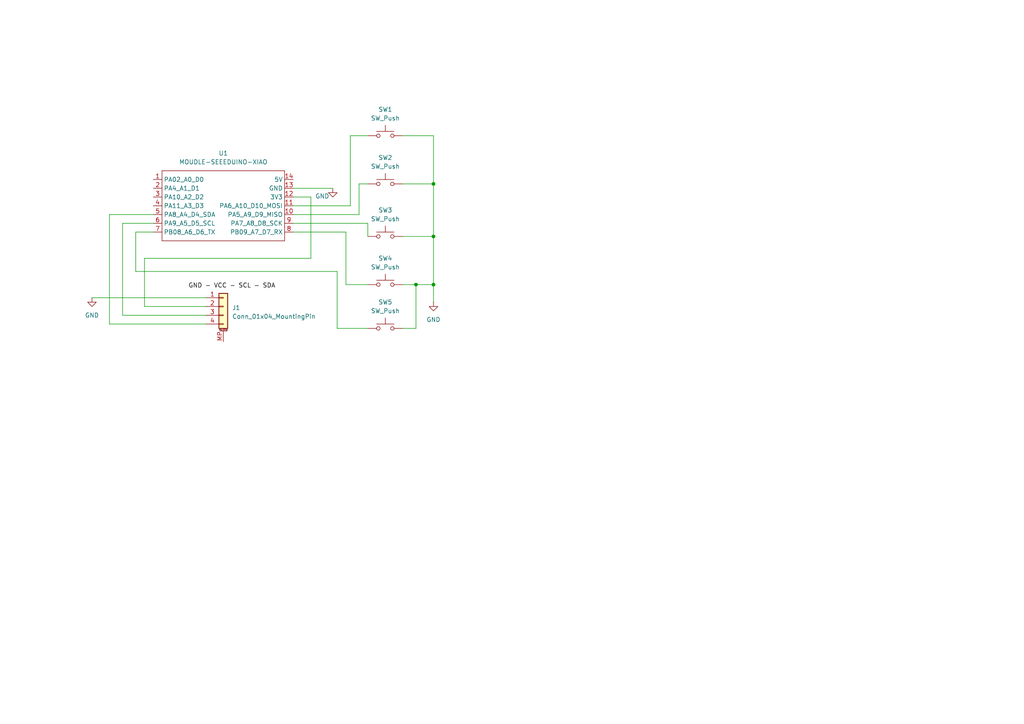
<source format=kicad_sch>
(kicad_sch
	(version 20250114)
	(generator "eeschema")
	(generator_version "9.0")
	(uuid "0705e1c8-ceb8-44f0-a69d-d490819b8479")
	(paper "A4")
	(lib_symbols
		(symbol "Connector_Generic_MountingPin:Conn_01x04_MountingPin"
			(pin_names
				(offset 1.016)
				(hide yes)
			)
			(exclude_from_sim no)
			(in_bom yes)
			(on_board yes)
			(property "Reference" "J"
				(at 0 5.08 0)
				(effects
					(font
						(size 1.27 1.27)
					)
				)
			)
			(property "Value" "Conn_01x04_MountingPin"
				(at 1.27 -7.62 0)
				(effects
					(font
						(size 1.27 1.27)
					)
					(justify left)
				)
			)
			(property "Footprint" ""
				(at 0 0 0)
				(effects
					(font
						(size 1.27 1.27)
					)
					(hide yes)
				)
			)
			(property "Datasheet" "~"
				(at 0 0 0)
				(effects
					(font
						(size 1.27 1.27)
					)
					(hide yes)
				)
			)
			(property "Description" "Generic connectable mounting pin connector, single row, 01x04, script generated (kicad-library-utils/schlib/autogen/connector/)"
				(at 0 0 0)
				(effects
					(font
						(size 1.27 1.27)
					)
					(hide yes)
				)
			)
			(property "ki_keywords" "connector"
				(at 0 0 0)
				(effects
					(font
						(size 1.27 1.27)
					)
					(hide yes)
				)
			)
			(property "ki_fp_filters" "Connector*:*_1x??-1MP*"
				(at 0 0 0)
				(effects
					(font
						(size 1.27 1.27)
					)
					(hide yes)
				)
			)
			(symbol "Conn_01x04_MountingPin_1_1"
				(rectangle
					(start -1.27 3.81)
					(end 1.27 -6.35)
					(stroke
						(width 0.254)
						(type default)
					)
					(fill
						(type background)
					)
				)
				(rectangle
					(start -1.27 2.667)
					(end 0 2.413)
					(stroke
						(width 0.1524)
						(type default)
					)
					(fill
						(type none)
					)
				)
				(rectangle
					(start -1.27 0.127)
					(end 0 -0.127)
					(stroke
						(width 0.1524)
						(type default)
					)
					(fill
						(type none)
					)
				)
				(rectangle
					(start -1.27 -2.413)
					(end 0 -2.667)
					(stroke
						(width 0.1524)
						(type default)
					)
					(fill
						(type none)
					)
				)
				(rectangle
					(start -1.27 -4.953)
					(end 0 -5.207)
					(stroke
						(width 0.1524)
						(type default)
					)
					(fill
						(type none)
					)
				)
				(polyline
					(pts
						(xy -1.016 -7.112) (xy 1.016 -7.112)
					)
					(stroke
						(width 0.1524)
						(type default)
					)
					(fill
						(type none)
					)
				)
				(text "Mounting"
					(at 0 -6.731 0)
					(effects
						(font
							(size 0.381 0.381)
						)
					)
				)
				(pin passive line
					(at -5.08 2.54 0)
					(length 3.81)
					(name "Pin_1"
						(effects
							(font
								(size 1.27 1.27)
							)
						)
					)
					(number "1"
						(effects
							(font
								(size 1.27 1.27)
							)
						)
					)
				)
				(pin passive line
					(at -5.08 0 0)
					(length 3.81)
					(name "Pin_2"
						(effects
							(font
								(size 1.27 1.27)
							)
						)
					)
					(number "2"
						(effects
							(font
								(size 1.27 1.27)
							)
						)
					)
				)
				(pin passive line
					(at -5.08 -2.54 0)
					(length 3.81)
					(name "Pin_3"
						(effects
							(font
								(size 1.27 1.27)
							)
						)
					)
					(number "3"
						(effects
							(font
								(size 1.27 1.27)
							)
						)
					)
				)
				(pin passive line
					(at -5.08 -5.08 0)
					(length 3.81)
					(name "Pin_4"
						(effects
							(font
								(size 1.27 1.27)
							)
						)
					)
					(number "4"
						(effects
							(font
								(size 1.27 1.27)
							)
						)
					)
				)
				(pin passive line
					(at 0 -10.16 90)
					(length 3.048)
					(name "MountPin"
						(effects
							(font
								(size 1.27 1.27)
							)
						)
					)
					(number "MP"
						(effects
							(font
								(size 1.27 1.27)
							)
						)
					)
				)
			)
			(embedded_fonts no)
		)
		(symbol "Switch:SW_Push"
			(pin_numbers
				(hide yes)
			)
			(pin_names
				(offset 1.016)
				(hide yes)
			)
			(exclude_from_sim no)
			(in_bom yes)
			(on_board yes)
			(property "Reference" "SW"
				(at 1.27 2.54 0)
				(effects
					(font
						(size 1.27 1.27)
					)
					(justify left)
				)
			)
			(property "Value" "SW_Push"
				(at 0 -1.524 0)
				(effects
					(font
						(size 1.27 1.27)
					)
				)
			)
			(property "Footprint" ""
				(at 0 5.08 0)
				(effects
					(font
						(size 1.27 1.27)
					)
					(hide yes)
				)
			)
			(property "Datasheet" "~"
				(at 0 5.08 0)
				(effects
					(font
						(size 1.27 1.27)
					)
					(hide yes)
				)
			)
			(property "Description" "Push button switch, generic, two pins"
				(at 0 0 0)
				(effects
					(font
						(size 1.27 1.27)
					)
					(hide yes)
				)
			)
			(property "ki_keywords" "switch normally-open pushbutton push-button"
				(at 0 0 0)
				(effects
					(font
						(size 1.27 1.27)
					)
					(hide yes)
				)
			)
			(symbol "SW_Push_0_1"
				(circle
					(center -2.032 0)
					(radius 0.508)
					(stroke
						(width 0)
						(type default)
					)
					(fill
						(type none)
					)
				)
				(polyline
					(pts
						(xy 0 1.27) (xy 0 3.048)
					)
					(stroke
						(width 0)
						(type default)
					)
					(fill
						(type none)
					)
				)
				(circle
					(center 2.032 0)
					(radius 0.508)
					(stroke
						(width 0)
						(type default)
					)
					(fill
						(type none)
					)
				)
				(polyline
					(pts
						(xy 2.54 1.27) (xy -2.54 1.27)
					)
					(stroke
						(width 0)
						(type default)
					)
					(fill
						(type none)
					)
				)
				(pin passive line
					(at -5.08 0 0)
					(length 2.54)
					(name "1"
						(effects
							(font
								(size 1.27 1.27)
							)
						)
					)
					(number "1"
						(effects
							(font
								(size 1.27 1.27)
							)
						)
					)
				)
				(pin passive line
					(at 5.08 0 180)
					(length 2.54)
					(name "2"
						(effects
							(font
								(size 1.27 1.27)
							)
						)
					)
					(number "2"
						(effects
							(font
								(size 1.27 1.27)
							)
						)
					)
				)
			)
			(embedded_fonts no)
		)
		(symbol "XIAO_RP2040:MOUDLE-SEEEDUINO-XIAO"
			(exclude_from_sim no)
			(in_bom yes)
			(on_board yes)
			(property "Reference" "U"
				(at -16.51 11.43 0)
				(effects
					(font
						(size 1.27 1.27)
					)
				)
			)
			(property "Value" "MOUDLE-SEEEDUINO-XIAO"
				(at -3.81 -11.43 0)
				(effects
					(font
						(size 1.27 1.27)
					)
				)
			)
			(property "Footprint" ""
				(at -16.51 2.54 0)
				(effects
					(font
						(size 1.27 1.27)
					)
					(hide yes)
				)
			)
			(property "Datasheet" ""
				(at -16.51 2.54 0)
				(effects
					(font
						(size 1.27 1.27)
					)
					(hide yes)
				)
			)
			(property "Description" ""
				(at 0 0 0)
				(effects
					(font
						(size 1.27 1.27)
					)
					(hide yes)
				)
			)
			(symbol "MOUDLE-SEEEDUINO-XIAO_0_1"
				(rectangle
					(start -16.51 10.16)
					(end 19.05 -10.16)
					(stroke
						(width 0)
						(type default)
					)
					(fill
						(type none)
					)
				)
			)
			(symbol "MOUDLE-SEEEDUINO-XIAO_1_1"
				(pin passive line
					(at -19.05 7.62 0)
					(length 2.54)
					(name "PA02_A0_D0"
						(effects
							(font
								(size 1.27 1.27)
							)
						)
					)
					(number "1"
						(effects
							(font
								(size 1.27 1.27)
							)
						)
					)
				)
				(pin passive line
					(at -19.05 5.08 0)
					(length 2.54)
					(name "PA4_A1_D1"
						(effects
							(font
								(size 1.27 1.27)
							)
						)
					)
					(number "2"
						(effects
							(font
								(size 1.27 1.27)
							)
						)
					)
				)
				(pin passive line
					(at -19.05 2.54 0)
					(length 2.54)
					(name "PA10_A2_D2"
						(effects
							(font
								(size 1.27 1.27)
							)
						)
					)
					(number "3"
						(effects
							(font
								(size 1.27 1.27)
							)
						)
					)
				)
				(pin passive line
					(at -19.05 0 0)
					(length 2.54)
					(name "PA11_A3_D3"
						(effects
							(font
								(size 1.27 1.27)
							)
						)
					)
					(number "4"
						(effects
							(font
								(size 1.27 1.27)
							)
						)
					)
				)
				(pin passive line
					(at -19.05 -2.54 0)
					(length 2.54)
					(name "PA8_A4_D4_SDA"
						(effects
							(font
								(size 1.27 1.27)
							)
						)
					)
					(number "5"
						(effects
							(font
								(size 1.27 1.27)
							)
						)
					)
				)
				(pin passive line
					(at -19.05 -5.08 0)
					(length 2.54)
					(name "PA9_A5_D5_SCL"
						(effects
							(font
								(size 1.27 1.27)
							)
						)
					)
					(number "6"
						(effects
							(font
								(size 1.27 1.27)
							)
						)
					)
				)
				(pin passive line
					(at -19.05 -7.62 0)
					(length 2.54)
					(name "PB08_A6_D6_TX"
						(effects
							(font
								(size 1.27 1.27)
							)
						)
					)
					(number "7"
						(effects
							(font
								(size 1.27 1.27)
							)
						)
					)
				)
				(pin passive line
					(at 21.59 7.62 180)
					(length 2.54)
					(name "5V"
						(effects
							(font
								(size 1.27 1.27)
							)
						)
					)
					(number "14"
						(effects
							(font
								(size 1.27 1.27)
							)
						)
					)
				)
				(pin passive line
					(at 21.59 5.08 180)
					(length 2.54)
					(name "GND"
						(effects
							(font
								(size 1.27 1.27)
							)
						)
					)
					(number "13"
						(effects
							(font
								(size 1.27 1.27)
							)
						)
					)
				)
				(pin passive line
					(at 21.59 2.54 180)
					(length 2.54)
					(name "3V3"
						(effects
							(font
								(size 1.27 1.27)
							)
						)
					)
					(number "12"
						(effects
							(font
								(size 1.27 1.27)
							)
						)
					)
				)
				(pin passive line
					(at 21.59 0 180)
					(length 2.54)
					(name "PA6_A10_D10_MOSI"
						(effects
							(font
								(size 1.27 1.27)
							)
						)
					)
					(number "11"
						(effects
							(font
								(size 1.27 1.27)
							)
						)
					)
				)
				(pin passive line
					(at 21.59 -2.54 180)
					(length 2.54)
					(name "PA5_A9_D9_MISO"
						(effects
							(font
								(size 1.27 1.27)
							)
						)
					)
					(number "10"
						(effects
							(font
								(size 1.27 1.27)
							)
						)
					)
				)
				(pin passive line
					(at 21.59 -5.08 180)
					(length 2.54)
					(name "PA7_A8_D8_SCK"
						(effects
							(font
								(size 1.27 1.27)
							)
						)
					)
					(number "9"
						(effects
							(font
								(size 1.27 1.27)
							)
						)
					)
				)
				(pin passive line
					(at 21.59 -7.62 180)
					(length 2.54)
					(name "PB09_A7_D7_RX"
						(effects
							(font
								(size 1.27 1.27)
							)
						)
					)
					(number "8"
						(effects
							(font
								(size 1.27 1.27)
							)
						)
					)
				)
			)
			(embedded_fonts no)
		)
		(symbol "power:GND"
			(power)
			(pin_numbers
				(hide yes)
			)
			(pin_names
				(offset 0)
				(hide yes)
			)
			(exclude_from_sim no)
			(in_bom yes)
			(on_board yes)
			(property "Reference" "#PWR"
				(at 0 -6.35 0)
				(effects
					(font
						(size 1.27 1.27)
					)
					(hide yes)
				)
			)
			(property "Value" "GND"
				(at 0 -3.81 0)
				(effects
					(font
						(size 1.27 1.27)
					)
				)
			)
			(property "Footprint" ""
				(at 0 0 0)
				(effects
					(font
						(size 1.27 1.27)
					)
					(hide yes)
				)
			)
			(property "Datasheet" ""
				(at 0 0 0)
				(effects
					(font
						(size 1.27 1.27)
					)
					(hide yes)
				)
			)
			(property "Description" "Power symbol creates a global label with name \"GND\" , ground"
				(at 0 0 0)
				(effects
					(font
						(size 1.27 1.27)
					)
					(hide yes)
				)
			)
			(property "ki_keywords" "global power"
				(at 0 0 0)
				(effects
					(font
						(size 1.27 1.27)
					)
					(hide yes)
				)
			)
			(symbol "GND_0_1"
				(polyline
					(pts
						(xy 0 0) (xy 0 -1.27) (xy 1.27 -1.27) (xy 0 -2.54) (xy -1.27 -1.27) (xy 0 -1.27)
					)
					(stroke
						(width 0)
						(type default)
					)
					(fill
						(type none)
					)
				)
			)
			(symbol "GND_1_1"
				(pin power_in line
					(at 0 0 270)
					(length 0)
					(name "~"
						(effects
							(font
								(size 1.27 1.27)
							)
						)
					)
					(number "1"
						(effects
							(font
								(size 1.27 1.27)
							)
						)
					)
				)
			)
			(embedded_fonts no)
		)
	)
	(junction
		(at 120.65 82.55)
		(diameter 0)
		(color 0 0 0 0)
		(uuid "117715e7-ed34-4110-8aeb-1d1a8347fb5e")
	)
	(junction
		(at 125.73 53.34)
		(diameter 0)
		(color 0 0 0 0)
		(uuid "72112c6b-9e29-4ea0-9088-11d38dd2c4f7")
	)
	(junction
		(at 125.73 68.58)
		(diameter 0)
		(color 0 0 0 0)
		(uuid "86583b8a-d6c8-485a-b905-649033ec3772")
	)
	(junction
		(at 125.73 82.55)
		(diameter 0)
		(color 0 0 0 0)
		(uuid "e57cc4c6-ef39-4beb-a08b-4375398bec28")
	)
	(wire
		(pts
			(xy 90.17 74.93) (xy 41.91 74.93)
		)
		(stroke
			(width 0)
			(type default)
		)
		(uuid "01f37792-80fb-4a21-9fb4-2f65b802e5c5")
	)
	(wire
		(pts
			(xy 116.84 82.55) (xy 120.65 82.55)
		)
		(stroke
			(width 0)
			(type default)
		)
		(uuid "05f45cc7-5c29-41ce-97a9-b7a4b864eefa")
	)
	(wire
		(pts
			(xy 106.68 64.77) (xy 106.68 68.58)
		)
		(stroke
			(width 0)
			(type default)
		)
		(uuid "06d3969b-5f59-42d4-ae5e-a93082fd4100")
	)
	(wire
		(pts
			(xy 120.65 82.55) (xy 125.73 82.55)
		)
		(stroke
			(width 0)
			(type default)
		)
		(uuid "07f1994b-1ce5-4f2a-b308-2659b472c42d")
	)
	(wire
		(pts
			(xy 39.37 67.31) (xy 39.37 78.74)
		)
		(stroke
			(width 0)
			(type default)
		)
		(uuid "180e00fb-5780-4b55-ba6c-05f580eb0bc5")
	)
	(wire
		(pts
			(xy 90.17 57.15) (xy 90.17 74.93)
		)
		(stroke
			(width 0)
			(type default)
		)
		(uuid "1933b06a-0a2a-4ab8-adee-e1ae698a433c")
	)
	(wire
		(pts
			(xy 116.84 53.34) (xy 125.73 53.34)
		)
		(stroke
			(width 0)
			(type default)
		)
		(uuid "1d48bedd-bcc1-41dd-b635-ee4a0659536e")
	)
	(wire
		(pts
			(xy 85.09 54.61) (xy 96.52 54.61)
		)
		(stroke
			(width 0)
			(type default)
		)
		(uuid "2705b240-b6ed-474c-b67a-c332fe64dee4")
	)
	(wire
		(pts
			(xy 41.91 88.9) (xy 59.69 88.9)
		)
		(stroke
			(width 0)
			(type default)
		)
		(uuid "2b1047d8-46d1-4122-9ec2-64eaabda8e5f")
	)
	(wire
		(pts
			(xy 85.09 62.23) (xy 104.14 62.23)
		)
		(stroke
			(width 0)
			(type default)
		)
		(uuid "471d4c51-2479-4268-8887-e51951f4186c")
	)
	(wire
		(pts
			(xy 125.73 53.34) (xy 125.73 68.58)
		)
		(stroke
			(width 0)
			(type default)
		)
		(uuid "4a1ad964-ac63-4263-b7d2-342154485eff")
	)
	(wire
		(pts
			(xy 85.09 59.69) (xy 101.6 59.69)
		)
		(stroke
			(width 0)
			(type default)
		)
		(uuid "4a3c7ed9-15b3-4774-ad13-2906feefc8cf")
	)
	(wire
		(pts
			(xy 101.6 39.37) (xy 106.68 39.37)
		)
		(stroke
			(width 0)
			(type default)
		)
		(uuid "53291af1-817c-4bcd-9ae3-025be8a10d6c")
	)
	(wire
		(pts
			(xy 97.79 95.25) (xy 106.68 95.25)
		)
		(stroke
			(width 0)
			(type default)
		)
		(uuid "54b94bd0-158a-44c5-9008-7d98650baa74")
	)
	(wire
		(pts
			(xy 85.09 67.31) (xy 100.33 67.31)
		)
		(stroke
			(width 0)
			(type default)
		)
		(uuid "59011b3e-b519-439e-83e6-93d2d60f676f")
	)
	(wire
		(pts
			(xy 104.14 62.23) (xy 104.14 53.34)
		)
		(stroke
			(width 0)
			(type default)
		)
		(uuid "5dc3f451-b84b-4b5a-b714-2f32c3ebe9fc")
	)
	(wire
		(pts
			(xy 35.56 64.77) (xy 35.56 91.44)
		)
		(stroke
			(width 0)
			(type default)
		)
		(uuid "6ccf8e57-027a-451c-9f20-e9dae5216e6c")
	)
	(wire
		(pts
			(xy 39.37 78.74) (xy 97.79 78.74)
		)
		(stroke
			(width 0)
			(type default)
		)
		(uuid "7669a3a8-3627-4ef1-81a3-95513e70a128")
	)
	(wire
		(pts
			(xy 35.56 91.44) (xy 59.69 91.44)
		)
		(stroke
			(width 0)
			(type default)
		)
		(uuid "77a78b70-1a5c-456a-af5f-c4d23c91b875")
	)
	(wire
		(pts
			(xy 104.14 53.34) (xy 106.68 53.34)
		)
		(stroke
			(width 0)
			(type default)
		)
		(uuid "797468a8-222d-4fb0-ab57-5cd3a12044f2")
	)
	(wire
		(pts
			(xy 85.09 57.15) (xy 90.17 57.15)
		)
		(stroke
			(width 0)
			(type default)
		)
		(uuid "7b71ad47-83c5-4f1a-a4eb-484a1eba5e8b")
	)
	(wire
		(pts
			(xy 44.45 62.23) (xy 31.75 62.23)
		)
		(stroke
			(width 0)
			(type default)
		)
		(uuid "88d9e26b-d4a0-4f62-8053-982246bdfc15")
	)
	(wire
		(pts
			(xy 26.67 86.36) (xy 59.69 86.36)
		)
		(stroke
			(width 0)
			(type default)
		)
		(uuid "8ba074d0-9426-4374-8d66-633ec6678a73")
	)
	(wire
		(pts
			(xy 116.84 39.37) (xy 125.73 39.37)
		)
		(stroke
			(width 0)
			(type default)
		)
		(uuid "90fb3dec-39a0-4ffc-94d4-e3f88203540b")
	)
	(wire
		(pts
			(xy 101.6 59.69) (xy 101.6 39.37)
		)
		(stroke
			(width 0)
			(type default)
		)
		(uuid "96d36a65-d737-4c0b-8748-218c0332ef75")
	)
	(wire
		(pts
			(xy 125.73 82.55) (xy 125.73 87.63)
		)
		(stroke
			(width 0)
			(type default)
		)
		(uuid "9ba168cc-d797-4439-b296-95ef69dad4ea")
	)
	(wire
		(pts
			(xy 120.65 95.25) (xy 120.65 82.55)
		)
		(stroke
			(width 0)
			(type default)
		)
		(uuid "9f0bd514-9dd1-4111-a688-c6ed4d414989")
	)
	(wire
		(pts
			(xy 97.79 78.74) (xy 97.79 95.25)
		)
		(stroke
			(width 0)
			(type default)
		)
		(uuid "a0ff48f3-075a-4fdb-b21e-ebc58e9d7d70")
	)
	(wire
		(pts
			(xy 116.84 95.25) (xy 120.65 95.25)
		)
		(stroke
			(width 0)
			(type default)
		)
		(uuid "a9ed2da4-bf51-4af6-ba00-b50123ec53e3")
	)
	(wire
		(pts
			(xy 44.45 67.31) (xy 39.37 67.31)
		)
		(stroke
			(width 0)
			(type default)
		)
		(uuid "bed9b7d7-8af2-4fc0-b251-5cf8eb36fecb")
	)
	(wire
		(pts
			(xy 44.45 64.77) (xy 35.56 64.77)
		)
		(stroke
			(width 0)
			(type default)
		)
		(uuid "c032c7fe-441f-465c-9cc8-4ea93803dc4f")
	)
	(wire
		(pts
			(xy 41.91 74.93) (xy 41.91 88.9)
		)
		(stroke
			(width 0)
			(type default)
		)
		(uuid "cf2e6f38-4641-4981-b5bb-2286971897cb")
	)
	(wire
		(pts
			(xy 100.33 67.31) (xy 100.33 82.55)
		)
		(stroke
			(width 0)
			(type default)
		)
		(uuid "d21af6c6-70cb-4a66-bc7e-83e05ad71a02")
	)
	(wire
		(pts
			(xy 31.75 62.23) (xy 31.75 93.98)
		)
		(stroke
			(width 0)
			(type default)
		)
		(uuid "d7f5ac38-9b9f-4d68-9429-bbac61453c22")
	)
	(wire
		(pts
			(xy 125.73 39.37) (xy 125.73 53.34)
		)
		(stroke
			(width 0)
			(type default)
		)
		(uuid "d7fde744-1dcf-483b-88c5-594bab4ec835")
	)
	(wire
		(pts
			(xy 85.09 64.77) (xy 106.68 64.77)
		)
		(stroke
			(width 0)
			(type default)
		)
		(uuid "ddd6bf4f-8279-43a0-9d3f-8d87ff5958c5")
	)
	(wire
		(pts
			(xy 31.75 93.98) (xy 59.69 93.98)
		)
		(stroke
			(width 0)
			(type default)
		)
		(uuid "e47fba32-21b3-4b80-b196-2045618c5368")
	)
	(wire
		(pts
			(xy 100.33 82.55) (xy 106.68 82.55)
		)
		(stroke
			(width 0)
			(type default)
		)
		(uuid "e5ca8f89-5450-49a6-b9d3-704c7b7b144a")
	)
	(wire
		(pts
			(xy 116.84 68.58) (xy 125.73 68.58)
		)
		(stroke
			(width 0)
			(type default)
		)
		(uuid "ec7e2102-b806-4c6d-a2f4-f075d657dcc1")
	)
	(wire
		(pts
			(xy 125.73 68.58) (xy 125.73 82.55)
		)
		(stroke
			(width 0)
			(type default)
		)
		(uuid "f8993e86-7317-422b-8c5e-bf3c928436a1")
	)
	(label "GND - VCC - SCL - SDA"
		(at 54.61 83.82 0)
		(effects
			(font
				(size 1.27 1.27)
			)
			(justify left bottom)
		)
		(uuid "85d2ae2b-83d4-4f38-9023-35d0067d6322")
	)
	(symbol
		(lib_id "XIAO_RP2040:MOUDLE-SEEEDUINO-XIAO")
		(at 63.5 59.69 0)
		(unit 1)
		(exclude_from_sim no)
		(in_bom yes)
		(on_board yes)
		(dnp no)
		(fields_autoplaced yes)
		(uuid "0a3b9eb7-380c-4e11-9680-8e48ddacd3cd")
		(property "Reference" "U1"
			(at 64.77 44.45 0)
			(effects
				(font
					(size 1.27 1.27)
				)
			)
		)
		(property "Value" "MOUDLE-SEEEDUINO-XIAO"
			(at 64.77 46.99 0)
			(effects
				(font
					(size 1.27 1.27)
				)
			)
		)
		(property "Footprint" "footprints:XIAO-Generic-Hybrid-14P-2.54-21X17.8MM"
			(at 46.99 57.15 0)
			(effects
				(font
					(size 1.27 1.27)
				)
				(hide yes)
			)
		)
		(property "Datasheet" ""
			(at 46.99 57.15 0)
			(effects
				(font
					(size 1.27 1.27)
				)
				(hide yes)
			)
		)
		(property "Description" ""
			(at 63.5 59.69 0)
			(effects
				(font
					(size 1.27 1.27)
				)
				(hide yes)
			)
		)
		(pin "10"
			(uuid "eb098eee-dea6-4abd-af13-3c279c776ba5")
		)
		(pin "4"
			(uuid "b57422af-045a-40cb-a06e-079b35b406d9")
		)
		(pin "9"
			(uuid "2546e51f-9153-4bdc-bb65-3e7ec5add1f0")
		)
		(pin "2"
			(uuid "378bf18d-82c3-4ba8-90d4-f80bb0564d7f")
		)
		(pin "6"
			(uuid "102d6bd6-7030-4590-aac1-14ac3cff846d")
		)
		(pin "7"
			(uuid "77044bef-3f2b-4288-a076-42a022deb7cd")
		)
		(pin "3"
			(uuid "4e2f3b92-9b8a-4991-911f-81e3334e215f")
		)
		(pin "14"
			(uuid "3bf48860-4e55-4de9-8a3f-5c19416c4e1f")
		)
		(pin "12"
			(uuid "32bc16e6-f478-4a9d-86b6-722e76b31c85")
		)
		(pin "8"
			(uuid "392bb762-f3ba-49c0-8392-d94b3dd757f9")
		)
		(pin "1"
			(uuid "3a18f518-805f-481c-9024-3dc831730e93")
		)
		(pin "5"
			(uuid "a8ccfbfb-490e-4ca8-9a89-62c4805e6767")
		)
		(pin "13"
			(uuid "2e2321c6-873c-418d-918a-221e1190ef78")
		)
		(pin "11"
			(uuid "04707f61-6f84-428d-bb1b-fed2389528d9")
		)
		(instances
			(project ""
				(path "/0705e1c8-ceb8-44f0-a69d-d490819b8479"
					(reference "U1")
					(unit 1)
				)
			)
		)
	)
	(symbol
		(lib_id "power:GND")
		(at 96.52 54.61 0)
		(unit 1)
		(exclude_from_sim no)
		(in_bom yes)
		(on_board yes)
		(dnp no)
		(uuid "1ca4cc0f-fca2-4ba1-a377-9ad78e61517c")
		(property "Reference" "#PWR02"
			(at 96.52 60.96 0)
			(effects
				(font
					(size 1.27 1.27)
				)
				(hide yes)
			)
		)
		(property "Value" "GND"
			(at 93.472 56.896 0)
			(effects
				(font
					(size 1.27 1.27)
				)
			)
		)
		(property "Footprint" ""
			(at 96.52 54.61 0)
			(effects
				(font
					(size 1.27 1.27)
				)
				(hide yes)
			)
		)
		(property "Datasheet" ""
			(at 96.52 54.61 0)
			(effects
				(font
					(size 1.27 1.27)
				)
				(hide yes)
			)
		)
		(property "Description" "Power symbol creates a global label with name \"GND\" , ground"
			(at 96.52 54.61 0)
			(effects
				(font
					(size 1.27 1.27)
				)
				(hide yes)
			)
		)
		(pin "1"
			(uuid "5e067d5e-c227-4965-b86b-370086264357")
		)
		(instances
			(project ""
				(path "/0705e1c8-ceb8-44f0-a69d-d490819b8479"
					(reference "#PWR02")
					(unit 1)
				)
			)
		)
	)
	(symbol
		(lib_id "Switch:SW_Push")
		(at 111.76 39.37 0)
		(unit 1)
		(exclude_from_sim no)
		(in_bom yes)
		(on_board yes)
		(dnp no)
		(fields_autoplaced yes)
		(uuid "68b6e47a-bd84-4f59-acd8-219f5cf39ed7")
		(property "Reference" "SW1"
			(at 111.76 31.75 0)
			(effects
				(font
					(size 1.27 1.27)
				)
			)
		)
		(property "Value" "SW_Push"
			(at 111.76 34.29 0)
			(effects
				(font
					(size 1.27 1.27)
				)
			)
		)
		(property "Footprint" "Button_Switch_Keyboard:SW_Cherry_MX_1.00u_PCB"
			(at 111.76 34.29 0)
			(effects
				(font
					(size 1.27 1.27)
				)
				(hide yes)
			)
		)
		(property "Datasheet" "~"
			(at 111.76 34.29 0)
			(effects
				(font
					(size 1.27 1.27)
				)
				(hide yes)
			)
		)
		(property "Description" "Push button switch, generic, two pins"
			(at 111.76 39.37 0)
			(effects
				(font
					(size 1.27 1.27)
				)
				(hide yes)
			)
		)
		(pin "1"
			(uuid "6234ca38-9fcf-40dc-88e8-cae6e8ee096e")
		)
		(pin "2"
			(uuid "502a7b0d-ee2a-42d2-a3e1-2f0752f0a48b")
		)
		(instances
			(project ""
				(path "/0705e1c8-ceb8-44f0-a69d-d490819b8479"
					(reference "SW1")
					(unit 1)
				)
			)
		)
	)
	(symbol
		(lib_id "Switch:SW_Push")
		(at 111.76 82.55 0)
		(unit 1)
		(exclude_from_sim no)
		(in_bom yes)
		(on_board yes)
		(dnp no)
		(fields_autoplaced yes)
		(uuid "8aee4255-bb3a-4b7d-b878-520ae8383e31")
		(property "Reference" "SW4"
			(at 111.76 74.93 0)
			(effects
				(font
					(size 1.27 1.27)
				)
			)
		)
		(property "Value" "SW_Push"
			(at 111.76 77.47 0)
			(effects
				(font
					(size 1.27 1.27)
				)
			)
		)
		(property "Footprint" "Button_Switch_Keyboard:SW_Cherry_MX_1.00u_PCB"
			(at 111.76 77.47 0)
			(effects
				(font
					(size 1.27 1.27)
				)
				(hide yes)
			)
		)
		(property "Datasheet" "~"
			(at 111.76 77.47 0)
			(effects
				(font
					(size 1.27 1.27)
				)
				(hide yes)
			)
		)
		(property "Description" "Push button switch, generic, two pins"
			(at 111.76 82.55 0)
			(effects
				(font
					(size 1.27 1.27)
				)
				(hide yes)
			)
		)
		(pin "1"
			(uuid "cea90102-1772-40a1-9a90-bfbac480176b")
		)
		(pin "2"
			(uuid "8b1e6360-4f86-4849-bb5b-8390572ab72a")
		)
		(instances
			(project ""
				(path "/0705e1c8-ceb8-44f0-a69d-d490819b8479"
					(reference "SW4")
					(unit 1)
				)
			)
		)
	)
	(symbol
		(lib_id "Switch:SW_Push")
		(at 111.76 95.25 0)
		(unit 1)
		(exclude_from_sim no)
		(in_bom yes)
		(on_board yes)
		(dnp no)
		(fields_autoplaced yes)
		(uuid "90da823b-57d1-41ec-a3e2-6c774e9b0ccb")
		(property "Reference" "SW5"
			(at 111.76 87.63 0)
			(effects
				(font
					(size 1.27 1.27)
				)
			)
		)
		(property "Value" "SW_Push"
			(at 111.76 90.17 0)
			(effects
				(font
					(size 1.27 1.27)
				)
			)
		)
		(property "Footprint" "Button_Switch_Keyboard:SW_Cherry_MX_1.00u_PCB"
			(at 111.76 90.17 0)
			(effects
				(font
					(size 1.27 1.27)
				)
				(hide yes)
			)
		)
		(property "Datasheet" "~"
			(at 111.76 90.17 0)
			(effects
				(font
					(size 1.27 1.27)
				)
				(hide yes)
			)
		)
		(property "Description" "Push button switch, generic, two pins"
			(at 111.76 95.25 0)
			(effects
				(font
					(size 1.27 1.27)
				)
				(hide yes)
			)
		)
		(pin "2"
			(uuid "c9993783-d65c-4762-a824-3306831032b8")
		)
		(pin "1"
			(uuid "ddd454dc-0a4d-4daa-8087-3f1a42f9d77a")
		)
		(instances
			(project ""
				(path "/0705e1c8-ceb8-44f0-a69d-d490819b8479"
					(reference "SW5")
					(unit 1)
				)
			)
		)
	)
	(symbol
		(lib_id "Switch:SW_Push")
		(at 111.76 53.34 0)
		(unit 1)
		(exclude_from_sim no)
		(in_bom yes)
		(on_board yes)
		(dnp no)
		(fields_autoplaced yes)
		(uuid "9e1da8df-3399-4dff-8a5f-9011e04e3ce9")
		(property "Reference" "SW2"
			(at 111.76 45.72 0)
			(effects
				(font
					(size 1.27 1.27)
				)
			)
		)
		(property "Value" "SW_Push"
			(at 111.76 48.26 0)
			(effects
				(font
					(size 1.27 1.27)
				)
			)
		)
		(property "Footprint" "Button_Switch_Keyboard:SW_Cherry_MX_1.00u_PCB"
			(at 111.76 48.26 0)
			(effects
				(font
					(size 1.27 1.27)
				)
				(hide yes)
			)
		)
		(property "Datasheet" "~"
			(at 111.76 48.26 0)
			(effects
				(font
					(size 1.27 1.27)
				)
				(hide yes)
			)
		)
		(property "Description" "Push button switch, generic, two pins"
			(at 111.76 53.34 0)
			(effects
				(font
					(size 1.27 1.27)
				)
				(hide yes)
			)
		)
		(pin "2"
			(uuid "9ebd2b34-0ace-4790-94f7-2c40621dc092")
		)
		(pin "1"
			(uuid "8fc13ef5-7980-46ef-9454-b2ddcccb55c3")
		)
		(instances
			(project ""
				(path "/0705e1c8-ceb8-44f0-a69d-d490819b8479"
					(reference "SW2")
					(unit 1)
				)
			)
		)
	)
	(symbol
		(lib_id "power:GND")
		(at 26.67 86.36 0)
		(unit 1)
		(exclude_from_sim no)
		(in_bom yes)
		(on_board yes)
		(dnp no)
		(fields_autoplaced yes)
		(uuid "c5941605-f05e-4871-9d89-7734eb74e325")
		(property "Reference" "#PWR03"
			(at 26.67 92.71 0)
			(effects
				(font
					(size 1.27 1.27)
				)
				(hide yes)
			)
		)
		(property "Value" "GND"
			(at 26.67 91.44 0)
			(effects
				(font
					(size 1.27 1.27)
				)
			)
		)
		(property "Footprint" ""
			(at 26.67 86.36 0)
			(effects
				(font
					(size 1.27 1.27)
				)
				(hide yes)
			)
		)
		(property "Datasheet" ""
			(at 26.67 86.36 0)
			(effects
				(font
					(size 1.27 1.27)
				)
				(hide yes)
			)
		)
		(property "Description" "Power symbol creates a global label with name \"GND\" , ground"
			(at 26.67 86.36 0)
			(effects
				(font
					(size 1.27 1.27)
				)
				(hide yes)
			)
		)
		(pin "1"
			(uuid "f4572ca1-b464-4049-a94f-4c3dcaa8bca6")
		)
		(instances
			(project ""
				(path "/0705e1c8-ceb8-44f0-a69d-d490819b8479"
					(reference "#PWR03")
					(unit 1)
				)
			)
		)
	)
	(symbol
		(lib_id "Switch:SW_Push")
		(at 111.76 68.58 0)
		(unit 1)
		(exclude_from_sim no)
		(in_bom yes)
		(on_board yes)
		(dnp no)
		(fields_autoplaced yes)
		(uuid "c8d746f4-b05d-463c-8d81-a112e8dc62aa")
		(property "Reference" "SW3"
			(at 111.76 60.96 0)
			(effects
				(font
					(size 1.27 1.27)
				)
			)
		)
		(property "Value" "SW_Push"
			(at 111.76 63.5 0)
			(effects
				(font
					(size 1.27 1.27)
				)
			)
		)
		(property "Footprint" "Button_Switch_Keyboard:SW_Cherry_MX_1.00u_PCB"
			(at 111.76 63.5 0)
			(effects
				(font
					(size 1.27 1.27)
				)
				(hide yes)
			)
		)
		(property "Datasheet" "~"
			(at 111.76 63.5 0)
			(effects
				(font
					(size 1.27 1.27)
				)
				(hide yes)
			)
		)
		(property "Description" "Push button switch, generic, two pins"
			(at 111.76 68.58 0)
			(effects
				(font
					(size 1.27 1.27)
				)
				(hide yes)
			)
		)
		(pin "1"
			(uuid "bab52129-130a-4a16-8a3f-06761f7479a3")
		)
		(pin "2"
			(uuid "73e87836-daaa-4bdf-a614-ff226369d086")
		)
		(instances
			(project ""
				(path "/0705e1c8-ceb8-44f0-a69d-d490819b8479"
					(reference "SW3")
					(unit 1)
				)
			)
		)
	)
	(symbol
		(lib_id "Connector_Generic_MountingPin:Conn_01x04_MountingPin")
		(at 64.77 88.9 0)
		(unit 1)
		(exclude_from_sim no)
		(in_bom yes)
		(on_board yes)
		(dnp no)
		(fields_autoplaced yes)
		(uuid "e48f4622-ee2c-45a4-954e-7fb57856b5f7")
		(property "Reference" "J1"
			(at 67.31 89.2555 0)
			(effects
				(font
					(size 1.27 1.27)
				)
				(justify left)
			)
		)
		(property "Value" "Conn_01x04_MountingPin"
			(at 67.31 91.7955 0)
			(effects
				(font
					(size 1.27 1.27)
				)
				(justify left)
			)
		)
		(property "Footprint" "KiCad-SSD1306-0.91-OLED-4pin-128x32:SSD1306-0.91-OLED-4pin-128x32"
			(at 64.77 88.9 0)
			(effects
				(font
					(size 1.27 1.27)
				)
				(hide yes)
			)
		)
		(property "Datasheet" "~"
			(at 64.77 88.9 0)
			(effects
				(font
					(size 1.27 1.27)
				)
				(hide yes)
			)
		)
		(property "Description" "Generic connectable mounting pin connector, single row, 01x04, script generated (kicad-library-utils/schlib/autogen/connector/)"
			(at 64.77 88.9 0)
			(effects
				(font
					(size 1.27 1.27)
				)
				(hide yes)
			)
		)
		(pin "4"
			(uuid "aac2da5f-a008-4740-a49f-aa82e72c68ab")
		)
		(pin "3"
			(uuid "22c05314-2bf3-4864-a8e9-fcbeb91a3f05")
		)
		(pin "2"
			(uuid "2eded938-efdd-4f2f-a4b4-1cd709437165")
		)
		(pin "MP"
			(uuid "937b7feb-898f-4a77-aea4-c2cefc987287")
		)
		(pin "1"
			(uuid "a135b8f6-4fbd-48f6-821e-88d014968766")
		)
		(instances
			(project ""
				(path "/0705e1c8-ceb8-44f0-a69d-d490819b8479"
					(reference "J1")
					(unit 1)
				)
			)
		)
	)
	(symbol
		(lib_id "power:GND")
		(at 125.73 87.63 0)
		(unit 1)
		(exclude_from_sim no)
		(in_bom yes)
		(on_board yes)
		(dnp no)
		(fields_autoplaced yes)
		(uuid "eec749d2-9906-4dbe-b72b-3350fed609ca")
		(property "Reference" "#PWR01"
			(at 125.73 93.98 0)
			(effects
				(font
					(size 1.27 1.27)
				)
				(hide yes)
			)
		)
		(property "Value" "GND"
			(at 125.73 92.71 0)
			(effects
				(font
					(size 1.27 1.27)
				)
			)
		)
		(property "Footprint" ""
			(at 125.73 87.63 0)
			(effects
				(font
					(size 1.27 1.27)
				)
				(hide yes)
			)
		)
		(property "Datasheet" ""
			(at 125.73 87.63 0)
			(effects
				(font
					(size 1.27 1.27)
				)
				(hide yes)
			)
		)
		(property "Description" "Power symbol creates a global label with name \"GND\" , ground"
			(at 125.73 87.63 0)
			(effects
				(font
					(size 1.27 1.27)
				)
				(hide yes)
			)
		)
		(pin "1"
			(uuid "cad6e21b-201e-461b-ba00-830c52492acc")
		)
		(instances
			(project ""
				(path "/0705e1c8-ceb8-44f0-a69d-d490819b8479"
					(reference "#PWR01")
					(unit 1)
				)
			)
		)
	)
	(sheet_instances
		(path "/"
			(page "1")
		)
	)
	(embedded_fonts no)
)

</source>
